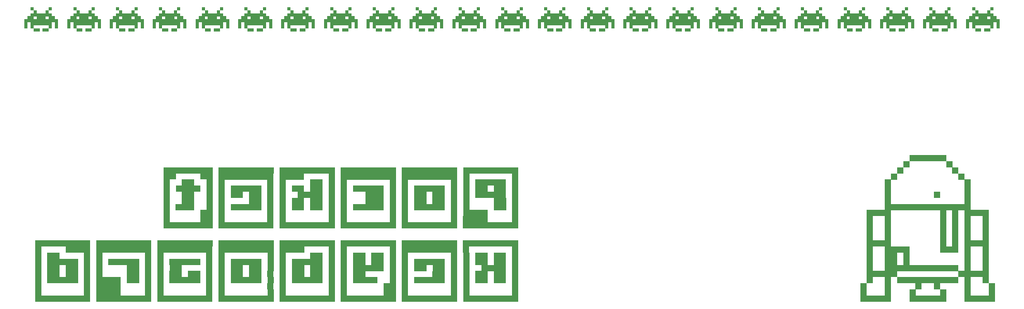
<source format=gbp>
G04 ---------------------------- Layer name :BOTTOM PASTER LAYER*
G04 easyEDA 0.1*
G04 Scale: 100 percent, Rotated: No, Reflected: No *
G04 Dimensions in inches *
G04 leading zeros omitted , absolute positions ,2 integer and 4 * 
%FSLAX24Y24*%
%MOIN*%
G90*
G70D02*

%ADD12R,0.039370X0.039370*%
%ADD13R,0.019685X0.019685*%

%LPD*%
%LNVIA PAD TRACK COPPERAREA*%
G54D12*
G01X62813Y36355D03*
G01X63206Y36355D03*
G01X63601Y36355D03*
G01X63993Y36355D03*
G01X64388Y36355D03*
G01X64781Y36355D03*
G01X62419Y35961D03*
G01X62026Y35567D03*
G01X61631Y35173D03*
G01X65175Y35961D03*
G01X65568Y35567D03*
G01X65964Y35173D03*
G01X61239Y34780D03*
G01X61239Y34386D03*
G01X61239Y33992D03*
G01X66358Y34779D03*
G01X66358Y34386D03*
G01X66358Y33992D03*
G01X61239Y33598D03*
G01X61239Y33205D03*
G01X61631Y33205D03*
G01X62026Y33204D03*
G01X62419Y33204D03*
G01X62813Y33204D03*
G01X63206Y33204D03*
G01X63993Y33204D03*
G01X63601Y33204D03*
G01X64388Y33204D03*
G01X64781Y33204D03*
G01X65568Y33205D03*
G01X65175Y33205D03*
G01X65961Y33205D03*
G01X66356Y33205D03*
G01X66356Y33598D03*
G01X64385Y33992D03*
G01X61238Y32811D03*
G01X60843Y32811D03*
G01X60450Y32811D03*
G01X60056Y32811D03*
G01X60056Y32417D03*
G01X60056Y32023D03*
G01X60056Y31630D03*
G01X60056Y31236D03*
G01X60056Y30844D03*
G01X60451Y30844D03*
G01X60843Y30844D03*
G01X61238Y30844D03*
G01X61238Y31236D03*
G01X61238Y31630D03*
G01X61238Y32025D03*
G01X61238Y32419D03*
G01X60056Y30450D03*
G01X60055Y30055D03*
G01X60056Y29661D03*
G01X60056Y29267D03*
G01X61238Y30450D03*
G01X61238Y30055D03*
G01X61238Y29661D03*
G01X61238Y29267D03*
G01X60056Y28875D03*
G01X60450Y28875D03*
G01X60843Y28875D03*
G01X61238Y28875D03*
G01X60056Y28480D03*
G01X59663Y28086D03*
G01X59661Y27694D03*
G01X59663Y27300D03*
G01X60056Y27300D03*
G01X60451Y27300D03*
G01X60844Y27300D03*
G01X61238Y27300D03*
G01X61238Y27692D03*
G01X61238Y28088D03*
G01X61238Y28480D03*
G01X67536Y32813D03*
G01X67143Y32815D03*
G01X66748Y32815D03*
G01X66355Y32815D03*
G01X66356Y32421D03*
G01X66356Y32027D03*
G01X66356Y31634D03*
G01X66356Y31240D03*
G01X66356Y30846D03*
G01X66750Y30846D03*
G01X67143Y30846D03*
G01X67538Y30842D03*
G01X67536Y31240D03*
G01X67536Y31634D03*
G01X67536Y32028D03*
G01X67536Y32421D03*
G01X66356Y30453D03*
G01X66354Y30059D03*
G01X66356Y29665D03*
G01X66356Y29271D03*
G01X67536Y30453D03*
G01X67536Y30059D03*
G01X67536Y29665D03*
G01X67536Y29271D03*
G01X66355Y28878D03*
G01X66748Y28878D03*
G01X67143Y28878D03*
G01X67536Y28878D03*
G01X66356Y28484D03*
G01X67931Y27298D03*
G01X66356Y28086D03*
G01X66356Y27692D03*
G01X66356Y27303D03*
G01X66748Y27303D03*
G01X67143Y27300D03*
G01X67538Y27300D03*
G01X67931Y27692D03*
G01X67931Y28086D03*
G01X67536Y28484D03*
G01X61631Y28875D03*
G01X65963Y28875D03*
G01X62023Y29269D03*
G01X62418Y29269D03*
G01X62811Y29269D03*
G01X63205Y29269D03*
G01X63598Y29269D03*
G01X63993Y29269D03*
G01X64385Y29269D03*
G01X64780Y29269D03*
G01X65173Y29269D03*
G01X65567Y29269D03*
G01X62025Y28482D03*
G01X62418Y28482D03*
G01X62813Y28482D03*
G01X63600Y28482D03*
G01X63993Y28482D03*
G01X64386Y28482D03*
G01X64781Y28482D03*
G01X65175Y28482D03*
G01X65568Y28482D03*
G01X63206Y28482D03*
G01X63206Y28088D03*
G01X64388Y28088D03*
G01X62811Y27694D03*
G01X64781Y27694D03*
G01X62810Y27300D03*
G01X64781Y27300D03*
G01X63206Y27300D03*
G01X63600Y27300D03*
G01X63993Y27300D03*
G01X64386Y27300D03*
G01X61631Y29269D03*
G01X61631Y29663D03*
G01X61631Y30055D03*
G01X61631Y30450D03*
G01X62418Y29661D03*
G01X62418Y30055D03*
G01X62418Y30450D03*
G01X62025Y30450D03*
G01X64780Y32811D03*
G01X64781Y32417D03*
G01X64781Y32023D03*
G01X64781Y31630D03*
G01X64781Y31236D03*
G01X64781Y30842D03*
G01X64781Y30450D03*
G01X65175Y30450D03*
G01X65568Y30450D03*
G01X65568Y30844D03*
G01X65568Y31238D03*
G01X65568Y31630D03*
G01X65568Y32025D03*
G01X65568Y32419D03*
G01X65568Y32811D03*
G01X30925Y34386D03*
G01X31319Y34386D03*
G01X30925Y33992D03*
G01X31318Y33992D03*
G01X30925Y33598D03*
G01X31318Y33598D03*
G01X30925Y33205D03*
G01X31318Y33205D03*
G01X32106Y34386D03*
G01X32500Y34388D03*
G01X32106Y33992D03*
G01X32500Y33992D03*
G01X32106Y33598D03*
G01X32500Y33598D03*
G01X32106Y33205D03*
G01X32500Y33205D03*
G01X31713Y34386D03*
G01X31713Y33205D03*
G01X30136Y34782D03*
G01X30138Y34386D03*
G01X30138Y33992D03*
G01X30138Y33598D03*
G01X30138Y33205D03*
G01X30138Y32811D03*
G01X30138Y32417D03*
G01X30138Y32023D03*
G01X30531Y32023D03*
G01X30925Y32023D03*
G01X31318Y32023D03*
G01X31713Y32023D03*
G01X32106Y32023D03*
G01X32500Y32023D03*
G01X32893Y32023D03*
G01X33288Y32023D03*
G01X33288Y32417D03*
G01X33286Y32811D03*
G01X33288Y33205D03*
G01X33286Y33598D03*
G01X33288Y33992D03*
G01X33288Y34386D03*
G01X33288Y34780D03*
G01X30136Y35173D03*
G01X30531Y35173D03*
G01X30925Y35173D03*
G01X31318Y35173D03*
G01X31713Y35173D03*
G01X32106Y35173D03*
G01X32500Y35173D03*
G01X32893Y35173D03*
G01X33288Y35173D03*
G01X35261Y34386D03*
G01X36047Y34384D03*
G01X34865Y34386D03*
G01X36440Y34386D03*
G01X34864Y33990D03*
G01X35261Y33990D03*
G01X35654Y33990D03*
G01X36047Y33992D03*
G01X36440Y33990D03*
G01X34865Y34780D03*
G01X35261Y34780D03*
G01X35654Y34780D03*
G01X36047Y34780D03*
G01X36440Y34780D03*
G01X36050Y33598D03*
G01X36443Y33598D03*
G01X36050Y33205D03*
G01X36443Y33205D03*
G01X34079Y35173D03*
G01X34079Y34780D03*
G01X34079Y34386D03*
G01X34077Y33990D03*
G01X34079Y33598D03*
G01X34077Y33205D03*
G01X34077Y32811D03*
G01X35261Y32811D03*
G01X34473Y32811D03*
G01X34868Y32811D03*
G01X35261Y32417D03*
G01X35261Y32023D03*
G01X35654Y32023D03*
G01X36047Y32023D03*
G01X36443Y32021D03*
G01X36836Y32021D03*
G01X37231Y32415D03*
G01X37231Y32021D03*
G01X37227Y32811D03*
G01X37227Y33205D03*
G01X37227Y33598D03*
G01X37227Y33992D03*
G01X37227Y34386D03*
G01X37227Y34780D03*
G01X37229Y35171D03*
G01X34075Y35565D03*
G01X34472Y35565D03*
G01X34865Y35565D03*
G01X35261Y35565D03*
G01X35654Y35565D03*
G01X36047Y35565D03*
G01X36440Y35565D03*
G01X36836Y35565D03*
G01X37227Y35565D03*
G01X26993Y34386D03*
G01X27388Y34386D03*
G01X27784Y33990D03*
G01X28177Y33990D03*
G01X27784Y33598D03*
G01X28177Y33598D03*
G01X26993Y33205D03*
G01X27386Y33205D03*
G01X28175Y34386D03*
G01X28568Y34388D03*
G01X28572Y33990D03*
G01X28572Y33598D03*
G01X28175Y33205D03*
G01X28568Y33205D03*
G01X27781Y34386D03*
G01X27781Y33205D03*
G01X26203Y34782D03*
G01X26206Y34386D03*
G01X26206Y33992D03*
G01X26206Y33598D03*
G01X26206Y33205D03*
G01X26206Y32811D03*
G01X26206Y32417D03*
G01X26206Y32023D03*
G01X26600Y32023D03*
G01X26993Y32023D03*
G01X27386Y32023D03*
G01X27781Y32023D03*
G01X28175Y32023D03*
G01X28568Y32023D03*
G01X28961Y32023D03*
G01X29356Y32023D03*
G01X29356Y32417D03*
G01X29353Y32811D03*
G01X29356Y33205D03*
G01X29353Y33598D03*
G01X29356Y33992D03*
G01X29356Y34386D03*
G01X29356Y34780D03*
G01X26203Y35173D03*
G01X26600Y35173D03*
G01X26993Y35173D03*
G01X27386Y35173D03*
G01X27781Y35173D03*
G01X28175Y35173D03*
G01X28568Y35173D03*
G01X28961Y35173D03*
G01X29356Y35173D03*
G01X24228Y34776D03*
G01X24228Y34382D03*
G01X24228Y33988D03*
G01X24228Y33594D03*
G01X24228Y33201D03*
G01X24622Y34776D03*
G01X24622Y34384D03*
G01X24622Y33990D03*
G01X24622Y33594D03*
G01X24622Y33203D03*
G01X23834Y33990D03*
G01X23439Y33990D03*
G01X23044Y34382D03*
G01X23438Y34382D03*
G01X23044Y33594D03*
G01X23044Y33201D03*
G01X23438Y33201D03*
G01X23438Y33594D03*
G01X22259Y35173D03*
G01X22261Y34780D03*
G01X22261Y33992D03*
G01X22261Y33596D03*
G01X22261Y33203D03*
G01X22261Y32809D03*
G01X22261Y32415D03*
G01X22261Y32021D03*
G01X22261Y34384D03*
G01X25411Y34780D03*
G01X25413Y34384D03*
G01X25413Y33990D03*
G01X25413Y33596D03*
G01X25413Y33203D03*
G01X25413Y32811D03*
G01X25413Y32415D03*
G01X25413Y32021D03*
G01X25411Y35171D03*
G01X22261Y35567D03*
G01X22653Y35567D03*
G01X23048Y35567D03*
G01X23443Y35567D03*
G01X23836Y35567D03*
G01X24228Y35567D03*
G01X22653Y32023D03*
G01X23050Y32023D03*
G01X23443Y32023D03*
G01X23836Y32023D03*
G01X24228Y32023D03*
G01X24623Y32023D03*
G01X25017Y32023D03*
G01X24625Y35567D03*
G01X25017Y35567D03*
G01X25411Y35567D03*
G01X19109Y34384D03*
G01X19500Y34386D03*
G01X19109Y33990D03*
G01X19500Y33990D03*
G01X20293Y33594D03*
G01X20686Y33594D03*
G01X19109Y33203D03*
G01X19500Y33203D03*
G01X20292Y33988D03*
G01X20684Y33988D03*
G01X19897Y34384D03*
G01X20292Y34384D03*
G01X20288Y33205D03*
G01X20681Y33205D03*
G01X20684Y34382D03*
G01X19894Y33203D03*
G01X18318Y34780D03*
G01X18319Y34384D03*
G01X18319Y33990D03*
G01X18319Y33596D03*
G01X18319Y33203D03*
G01X18319Y32811D03*
G01X18319Y32415D03*
G01X18319Y32021D03*
G01X18713Y32021D03*
G01X19109Y32021D03*
G01X19500Y32021D03*
G01X19894Y32021D03*
G01X20288Y32021D03*
G01X20684Y32021D03*
G01X21075Y32021D03*
G01X21469Y32021D03*
G01X21469Y32415D03*
G01X21468Y32811D03*
G01X21469Y33205D03*
G01X21468Y33596D03*
G01X21469Y33990D03*
G01X21469Y34386D03*
G01X21469Y34778D03*
G01X18318Y35171D03*
G01X18713Y35171D03*
G01X19109Y35171D03*
G01X19500Y35171D03*
G01X19894Y35171D03*
G01X20288Y35171D03*
G01X20681Y35171D03*
G01X21075Y35171D03*
G01X21469Y35171D03*
G01X23046Y35169D03*
G01X23439Y35169D03*
G01X22652Y35169D03*
G01X15967Y34782D03*
G01X15967Y34388D03*
G01X15967Y33994D03*
G01X15967Y33601D03*
G01X15967Y33207D03*
G01X16363Y34782D03*
G01X16363Y34388D03*
G01X16361Y33994D03*
G01X16363Y33601D03*
G01X16361Y33207D03*
G01X15575Y34388D03*
G01X16756Y34388D03*
G01X15571Y33203D03*
G01X15571Y32026D03*
G01X15967Y32026D03*
G01X16363Y32028D03*
G01X16756Y32026D03*
G01X17150Y32028D03*
G01X17542Y32026D03*
G01X17542Y32419D03*
G01X17542Y32815D03*
G01X17542Y33209D03*
G01X17542Y33601D03*
G01X17542Y33994D03*
G01X17542Y34390D03*
G01X17542Y34782D03*
G01X17542Y35176D03*
G01X17150Y35176D03*
G01X16756Y35569D03*
G01X17150Y35569D03*
G01X17542Y35569D03*
G01X16361Y35569D03*
G01X15967Y35569D03*
G01X15575Y35569D03*
G01X15181Y35176D03*
G01X15181Y35569D03*
G01X14788Y34782D03*
G01X14788Y35176D03*
G01X14788Y35569D03*
G01X14788Y34388D03*
G01X14788Y33994D03*
G01X14788Y33601D03*
G01X15181Y32026D03*
G01X14788Y32026D03*
G01X14788Y32419D03*
G01X14788Y32815D03*
G01X14788Y33209D03*
G01X17147Y32415D03*
G01X17147Y32809D03*
G01X34863Y30055D03*
G01X34863Y29663D03*
G01X35254Y29267D03*
G01X34863Y28875D03*
G01X34863Y28482D03*
G01X35259Y30055D03*
G01X35259Y29663D03*
G01X35650Y29267D03*
G01X35259Y28875D03*
G01X35259Y28482D03*
G01X36042Y29265D03*
G01X36436Y29267D03*
G01X36044Y29663D03*
G01X36438Y29661D03*
G01X36438Y30055D03*
G01X36044Y30055D03*
G01X36046Y28873D03*
G01X36044Y28480D03*
G01X36438Y28480D03*
G01X36438Y28875D03*
G01X34077Y30053D03*
G01X34077Y29657D03*
G01X34077Y29263D03*
G01X34077Y28869D03*
G01X34077Y28477D03*
G01X34077Y28082D03*
G01X34077Y27688D03*
G01X34073Y30444D03*
G01X37227Y30055D03*
G01X37227Y29661D03*
G01X37227Y29267D03*
G01X37227Y28873D03*
G01X37227Y28480D03*
G01X37227Y28086D03*
G01X37227Y27692D03*
G01X37223Y30448D03*
G01X34077Y27298D03*
G01X34467Y27298D03*
G01X34863Y27298D03*
G01X35257Y27298D03*
G01X35652Y27298D03*
G01X36042Y27298D03*
G01X36438Y27301D03*
G01X36830Y27301D03*
G01X37227Y27302D03*
G01X34077Y30846D03*
G01X34467Y30846D03*
G01X34863Y30846D03*
G01X35257Y30846D03*
G01X35652Y30846D03*
G01X36042Y30846D03*
G01X36438Y30848D03*
G01X36830Y30848D03*
G01X37227Y30848D03*
G01X30928Y29663D03*
G01X31325Y29665D03*
G01X30928Y29271D03*
G01X31325Y29271D03*
G01X32105Y28873D03*
G01X32500Y28873D03*
G01X30928Y28482D03*
G01X31325Y28482D03*
G01X32111Y29267D03*
G01X32507Y29267D03*
G01X31719Y29663D03*
G01X32111Y29663D03*
G01X32111Y28484D03*
G01X32503Y28484D03*
G01X32507Y29661D03*
G01X31715Y28482D03*
G01X30140Y30059D03*
G01X30140Y29663D03*
G01X30140Y29271D03*
G01X30140Y28877D03*
G01X30140Y28482D03*
G01X30140Y28090D03*
G01X30140Y27696D03*
G01X30140Y27302D03*
G01X30536Y27302D03*
G01X30928Y27302D03*
G01X31325Y27302D03*
G01X31715Y27302D03*
G01X32111Y27302D03*
G01X32503Y27302D03*
G01X32900Y27302D03*
G01X33290Y27302D03*
G01X33290Y27696D03*
G01X33290Y28090D03*
G01X33290Y28484D03*
G01X33290Y28877D03*
G01X33290Y29271D03*
G01X33290Y29665D03*
G01X33290Y30057D03*
G01X30140Y30452D03*
G01X30536Y30452D03*
G01X30928Y30452D03*
G01X31325Y30452D03*
G01X31715Y30452D03*
G01X32111Y30452D03*
G01X32503Y30452D03*
G01X32900Y30452D03*
G01X33290Y30452D03*
G01X26986Y30055D03*
G01X26986Y29661D03*
G01X26986Y29267D03*
G01X27380Y30055D03*
G01X27380Y29661D03*
G01X27380Y29267D03*
G01X28169Y30055D03*
G01X28169Y29661D03*
G01X28169Y29267D03*
G01X28561Y30055D03*
G01X28561Y29661D03*
G01X28561Y29267D03*
G01X27775Y29267D03*
G01X26986Y28873D03*
G01X27378Y28873D03*
G01X28167Y28480D03*
G01X26986Y28480D03*
G01X27775Y28480D03*
G01X27380Y28480D03*
G01X26200Y30842D03*
G01X26594Y30842D03*
G01X26988Y30842D03*
G01X27382Y30842D03*
G01X27775Y30842D03*
G01X28169Y30842D03*
G01X28561Y30842D03*
G01X28957Y30842D03*
G01X29350Y30842D03*
G01X26200Y30055D03*
G01X26200Y29659D03*
G01X26200Y29265D03*
G01X26200Y28871D03*
G01X26200Y28478D03*
G01X28957Y28086D03*
G01X28957Y27692D03*
G01X26594Y27298D03*
G01X26200Y30446D03*
G01X29350Y30055D03*
G01X29350Y29659D03*
G01X29350Y29265D03*
G01X29350Y28871D03*
G01X29350Y28478D03*
G01X29350Y28084D03*
G01X29350Y27690D03*
G01X29350Y27296D03*
G01X29350Y30446D03*
G01X26986Y27298D03*
G01X27382Y27298D03*
G01X27775Y27298D03*
G01X28169Y27298D03*
G01X28561Y27298D03*
G01X28957Y27298D03*
G01X26200Y28086D03*
G01X26200Y27692D03*
G01X26200Y27298D03*
G01X23050Y29663D03*
G01X23444Y29663D03*
G01X23050Y29269D03*
G01X23442Y29269D03*
G01X23050Y28876D03*
G01X23442Y28876D03*
G01X23050Y28482D03*
G01X23442Y28482D03*
G01X24230Y29663D03*
G01X24625Y29665D03*
G01X24230Y29271D03*
G01X24625Y29271D03*
G01X24230Y28877D03*
G01X24625Y28877D03*
G01X24230Y28482D03*
G01X24625Y28482D03*
G01X23836Y29663D03*
G01X23836Y28482D03*
G01X22261Y30059D03*
G01X22261Y29663D03*
G01X22261Y29269D03*
G01X22261Y28876D03*
G01X22261Y28482D03*
G01X22261Y28088D03*
G01X22261Y27694D03*
G01X22261Y27301D03*
G01X22655Y27301D03*
G01X23050Y27301D03*
G01X23442Y27301D03*
G01X23836Y27301D03*
G01X24230Y27301D03*
G01X24625Y27301D03*
G01X25017Y27301D03*
G01X25411Y27301D03*
G01X25411Y27694D03*
G01X25411Y28088D03*
G01X25411Y28482D03*
G01X25411Y28876D03*
G01X25411Y29269D03*
G01X25411Y29663D03*
G01X25411Y30057D03*
G01X22261Y30451D03*
G01X23050Y30844D03*
G01X24625Y30053D03*
G01X22657Y30844D03*
G01X22261Y30844D03*
G01X24232Y30053D03*
G01X23444Y30844D03*
G01X23836Y30844D03*
G01X25411Y30451D03*
G01X24230Y30844D03*
G01X24625Y30844D03*
G01X25019Y30844D03*
G01X25411Y30844D03*
G01X23050Y30448D03*
G01X23442Y30448D03*
G01X22653Y30448D03*
G01X19111Y29663D03*
G01X19505Y29665D03*
G01X19111Y29271D03*
G01X19503Y29271D03*
G01X19111Y28877D03*
G01X19503Y28877D03*
G01X19111Y28482D03*
G01X19503Y28482D03*
G01X20292Y29665D03*
G01X20686Y29665D03*
G01X20292Y29271D03*
G01X20686Y29271D03*
G01X20292Y28878D03*
G01X20686Y28878D03*
G01X20292Y28484D03*
G01X20686Y28484D03*
G01X19900Y29665D03*
G01X19900Y28482D03*
G01X18323Y30059D03*
G01X18325Y29663D03*
G01X18325Y29271D03*
G01X18325Y28877D03*
G01X18325Y28482D03*
G01X18325Y28090D03*
G01X18325Y27696D03*
G01X18325Y27302D03*
G01X18717Y27302D03*
G01X19111Y27302D03*
G01X19503Y27302D03*
G01X19900Y27302D03*
G01X20292Y27302D03*
G01X20686Y27302D03*
G01X21078Y27302D03*
G01X21475Y27302D03*
G01X21475Y27696D03*
G01X21473Y28090D03*
G01X21475Y28484D03*
G01X21473Y28877D03*
G01X21475Y29271D03*
G01X21475Y29665D03*
G01X21475Y30057D03*
G01X18323Y30452D03*
G01X18717Y30452D03*
G01X19111Y30452D03*
G01X19503Y30452D03*
G01X19900Y30452D03*
G01X20292Y30452D03*
G01X20686Y30452D03*
G01X21078Y30452D03*
G01X21475Y30452D03*
G01X15173Y29665D03*
G01X15567Y29665D03*
G01X15173Y28876D03*
G01X15567Y28876D03*
G01X16355Y28877D03*
G01X16750Y28877D03*
G01X15173Y28484D03*
G01X15565Y28484D03*
G01X15175Y29267D03*
G01X15569Y29267D03*
G01X15961Y29663D03*
G01X16357Y29663D03*
G01X16353Y28484D03*
G01X16748Y28484D03*
G01X16750Y29663D03*
G01X15961Y28484D03*
G01X14384Y30061D03*
G01X14386Y29665D03*
G01X14386Y29271D03*
G01X14386Y28878D03*
G01X14386Y28484D03*
G01X14386Y28090D03*
G01X14386Y27696D03*
G01X14386Y27303D03*
G01X14778Y27303D03*
G01X15173Y27303D03*
G01X15565Y27303D03*
G01X15961Y27303D03*
G01X16353Y27303D03*
G01X16748Y27303D03*
G01X17140Y27303D03*
G01X17536Y27303D03*
G01X17536Y27696D03*
G01X17534Y28090D03*
G01X17536Y28484D03*
G01X17534Y28878D03*
G01X17536Y29271D03*
G01X17536Y29665D03*
G01X17536Y30059D03*
G01X14384Y30453D03*
G01X14778Y30453D03*
G01X15173Y30453D03*
G01X15565Y30453D03*
G01X15961Y30453D03*
G01X16353Y30453D03*
G01X16748Y30453D03*
G01X17140Y30453D03*
G01X17536Y30453D03*
G01X11239Y29661D03*
G01X12419Y29267D03*
G01X12419Y28875D03*
G01X12419Y28480D03*
G01X11631Y29661D03*
G01X12813Y29267D03*
G01X12813Y28875D03*
G01X12813Y28480D03*
G01X12026Y29661D03*
G01X12419Y29661D03*
G01X10457Y27303D03*
G01X10850Y27303D03*
G01X10453Y27698D03*
G01X10455Y28092D03*
G01X10453Y28486D03*
G01X10455Y28880D03*
G01X10455Y29273D03*
G01X10455Y29667D03*
G01X10455Y30061D03*
G01X11244Y27303D03*
G01X11636Y27303D03*
G01X12030Y27303D03*
G01X12423Y27303D03*
G01X10844Y27694D03*
G01X10844Y28088D03*
G01X11240Y28088D03*
G01X11632Y28088D03*
G01X12813Y29661D03*
G01X13607Y29271D03*
G01X13607Y28878D03*
G01X11632Y28482D03*
G01X11238Y27694D03*
G01X11632Y27694D03*
G01X13211Y27303D03*
G01X12817Y27303D03*
G01X10844Y28482D03*
G01X11240Y28482D03*
G01X13605Y30059D03*
G01X13605Y29665D03*
G01X13605Y28092D03*
G01X13605Y28484D03*
G01X13605Y27698D03*
G01X13605Y27303D03*
G01X7303Y29665D03*
G01X7696Y29665D03*
G01X7303Y29271D03*
G01X7694Y29271D03*
G01X7303Y28878D03*
G01X7694Y28878D03*
G01X7303Y28484D03*
G01X7694Y28484D03*
G01X8482Y29665D03*
G01X8878Y29667D03*
G01X8482Y29273D03*
G01X8875Y29273D03*
G01X8482Y28878D03*
G01X8875Y28878D03*
G01X8482Y28484D03*
G01X8875Y28484D03*
G01X8088Y29665D03*
G01X8088Y28484D03*
G01X6511Y30061D03*
G01X6513Y29665D03*
G01X6513Y29271D03*
G01X6513Y28878D03*
G01X6513Y28484D03*
G01X6513Y28090D03*
G01X6513Y27696D03*
G01X6513Y27303D03*
G01X6907Y27303D03*
G01X7303Y27303D03*
G01X7694Y27303D03*
G01X8088Y27303D03*
G01X8482Y27303D03*
G01X8878Y27303D03*
G01X9269Y27303D03*
G01X9663Y27303D03*
G01X9663Y27696D03*
G01X9661Y28090D03*
G01X9663Y28484D03*
G01X9661Y28878D03*
G01X9663Y29271D03*
G01X9663Y29665D03*
G01X9663Y30059D03*
G01X6511Y30453D03*
G01X7303Y30846D03*
G01X7694Y30055D03*
G01X6907Y30846D03*
G01X6515Y30846D03*
G01X7302Y30055D03*
G01X7696Y30846D03*
G01X8090Y30846D03*
G01X9663Y30453D03*
G01X8482Y30846D03*
G01X8878Y30846D03*
G01X9271Y30846D03*
G01X9665Y30846D03*
G01X8878Y30448D03*
G01X9271Y30448D03*
G01X8484Y30448D03*
G01X34860Y32419D03*
G01X34859Y32026D03*
G01X34465Y32027D03*
G01X34072Y32027D03*
G01X34072Y32421D03*
G01X34465Y32419D03*
G01X30132Y35569D03*
G01X30528Y35569D03*
G01X30923Y35569D03*
G01X31318Y35569D03*
G01X31711Y35569D03*
G01X32103Y35569D03*
G01X32498Y35569D03*
G01X32893Y35569D03*
G01X33285Y35569D03*
G01X26197Y35569D03*
G01X26593Y35569D03*
G01X26986Y35569D03*
G01X27381Y35569D03*
G01X27775Y35569D03*
G01X28168Y35569D03*
G01X28561Y35569D03*
G01X28956Y35569D03*
G01X29348Y35569D03*
G01X18323Y35569D03*
G01X18719Y35569D03*
G01X19114Y35569D03*
G01X19509Y35569D03*
G01X19902Y35569D03*
G01X20294Y35569D03*
G01X20689Y35569D03*
G01X21084Y35569D03*
G01X21475Y35569D03*
G01X30140Y30844D03*
G01X30536Y30844D03*
G01X30928Y30844D03*
G01X31325Y30844D03*
G01X31717Y30844D03*
G01X32111Y30844D03*
G01X32503Y30844D03*
G01X32900Y30844D03*
G01X33290Y30844D03*
G01X18328Y30844D03*
G01X18725Y30844D03*
G01X19119Y30844D03*
G01X19513Y30844D03*
G01X19906Y30844D03*
G01X20300Y30844D03*
G01X20694Y30844D03*
G01X21088Y30844D03*
G01X21480Y30844D03*
G01X14392Y30844D03*
G01X14788Y30844D03*
G01X15182Y30844D03*
G01X15577Y30844D03*
G01X15969Y30844D03*
G01X16363Y30844D03*
G01X16757Y30844D03*
G01X17152Y30844D03*
G01X17544Y30844D03*
G01X10450Y30450D03*
G01X10844Y30450D03*
G01X11239Y30450D03*
G01X11631Y30450D03*
G01X12025Y30450D03*
G01X12419Y30450D03*
G01X12814Y30450D03*
G01X13206Y30450D03*
G01X13602Y30448D03*
G01X10450Y30844D03*
G01X10844Y30844D03*
G01X11239Y30844D03*
G01X11631Y30844D03*
G01X12025Y30844D03*
G01X12419Y30844D03*
G01X12814Y30844D03*
G01X13206Y30844D03*
G01X13602Y30842D03*
G01X14389Y30844D03*
G01X14784Y30844D03*
G01X15178Y30844D03*
G01X15571Y30844D03*
G01X15964Y30844D03*
G01X16359Y30844D03*
G01X16753Y30844D03*
G01X17146Y30844D03*
G01X17542Y30842D03*
G01X18325Y30844D03*
G01X18719Y30844D03*
G01X19114Y30844D03*
G01X19506Y30844D03*
G01X19900Y30844D03*
G01X20294Y30844D03*
G01X20689Y30844D03*
G01X21081Y30844D03*
G01X21477Y30842D03*
G01X22260Y30844D03*
G01X22656Y30844D03*
G01X23051Y30844D03*
G01X23443Y30844D03*
G01X23835Y30844D03*
G01X24231Y30844D03*
G01X24626Y30844D03*
G01X25018Y30844D03*
G01X25414Y30842D03*
G01X30135Y30844D03*
G01X30531Y30844D03*
G01X30926Y30844D03*
G01X31318Y30844D03*
G01X31710Y30844D03*
G01X32106Y30844D03*
G01X32501Y30844D03*
G01X32893Y30844D03*
G01X33289Y30842D03*
G01X34072Y30844D03*
G01X34468Y30844D03*
G01X34863Y30844D03*
G01X35255Y30844D03*
G01X35647Y30844D03*
G01X36043Y30844D03*
G01X36438Y30844D03*
G01X36830Y30844D03*
G01X37226Y30842D03*
G01X26197Y35567D03*
G01X26593Y35567D03*
G01X26988Y35567D03*
G01X27380Y35567D03*
G01X27772Y35567D03*
G01X28168Y35567D03*
G01X28563Y35567D03*
G01X28955Y35567D03*
G01X29351Y35567D03*
G01X18325Y35567D03*
G01X18719Y35567D03*
G01X19114Y35567D03*
G01X19506Y35567D03*
G01X19900Y35567D03*
G01X20294Y35567D03*
G01X20689Y35567D03*
G01X21081Y35567D03*
G01X21477Y35567D03*
G54D13*
G01X6121Y46001D03*
G01X6317Y45805D03*
G01X7105Y45805D03*
G01X7301Y46001D03*
G01X6119Y45607D03*
G01X6317Y45607D03*
G01X6514Y45607D03*
G01X6711Y45607D03*
G01X6907Y45607D03*
G01X7103Y45607D03*
G01X7301Y45607D03*
G01X5923Y45409D03*
G01X6121Y45409D03*
G01X7301Y45409D03*
G01X7498Y45409D03*
G01X6514Y45409D03*
G01X6711Y45409D03*
G01X5726Y45213D03*
G01X6907Y45409D03*
G01X5923Y45213D03*
G01X6119Y45213D03*
G01X6317Y45213D03*
G01X6513Y45213D03*
G01X6710Y45213D03*
G01X6907Y45213D03*
G01X7103Y45213D03*
G01X7301Y45213D03*
G01X7498Y45213D03*
G01X7694Y45213D03*
G01X5726Y45015D03*
G01X5726Y44819D03*
G01X7694Y45017D03*
G01X7694Y44819D03*
G01X6121Y45015D03*
G01X6119Y44819D03*
G01X7302Y44819D03*
G01X7301Y45017D03*
G01X6315Y45015D03*
G01X6511Y45015D03*
G01X6709Y45015D03*
G01X6906Y45015D03*
G01X7103Y45015D03*
G01X6317Y44621D03*
G01X6513Y44623D03*
G01X7103Y44621D03*
G01X6907Y44623D03*
G01X8878Y46001D03*
G01X9075Y45805D03*
G01X9863Y45805D03*
G01X10059Y46001D03*
G01X8877Y45607D03*
G01X9075Y45607D03*
G01X9272Y45607D03*
G01X9469Y45607D03*
G01X9665Y45607D03*
G01X9861Y45607D03*
G01X10059Y45607D03*
G01X8681Y45409D03*
G01X8878Y45409D03*
G01X10059Y45409D03*
G01X10256Y45409D03*
G01X9272Y45409D03*
G01X9469Y45409D03*
G01X8484Y45213D03*
G01X9665Y45409D03*
G01X8681Y45213D03*
G01X8877Y45213D03*
G01X9075Y45213D03*
G01X9271Y45213D03*
G01X9468Y45213D03*
G01X9665Y45213D03*
G01X9861Y45213D03*
G01X10059Y45213D03*
G01X10256Y45213D03*
G01X10452Y45213D03*
G01X8484Y45015D03*
G01X8484Y44819D03*
G01X10452Y45017D03*
G01X10452Y44819D03*
G01X8878Y45015D03*
G01X8877Y44819D03*
G01X10060Y44819D03*
G01X10059Y45017D03*
G01X9073Y45015D03*
G01X9269Y45015D03*
G01X9467Y45015D03*
G01X9664Y45015D03*
G01X9861Y45015D03*
G01X9075Y44621D03*
G01X9271Y44623D03*
G01X9861Y44621D03*
G01X9665Y44623D03*
G01X11635Y46001D03*
G01X11831Y45805D03*
G01X12618Y45805D03*
G01X12814Y46001D03*
G01X11634Y45607D03*
G01X11831Y45607D03*
G01X12027Y45607D03*
G01X12226Y45607D03*
G01X12422Y45607D03*
G01X12618Y45607D03*
G01X12814Y45607D03*
G01X11438Y45409D03*
G01X11635Y45409D03*
G01X12814Y45409D03*
G01X13013Y45409D03*
G01X12027Y45409D03*
G01X12226Y45409D03*
G01X11239Y45213D03*
G01X12422Y45409D03*
G01X11438Y45213D03*
G01X11634Y45213D03*
G01X11831Y45213D03*
G01X12027Y45213D03*
G01X12223Y45213D03*
G01X12422Y45213D03*
G01X12618Y45213D03*
G01X12814Y45213D03*
G01X13013Y45213D03*
G01X13209Y45213D03*
G01X11239Y45015D03*
G01X11239Y44819D03*
G01X13209Y45017D03*
G01X13209Y44819D03*
G01X11635Y45015D03*
G01X11634Y44819D03*
G01X12815Y44819D03*
G01X12814Y45017D03*
G01X11830Y45015D03*
G01X12026Y45015D03*
G01X12222Y45015D03*
G01X12419Y45015D03*
G01X12618Y45015D03*
G01X11831Y44621D03*
G01X12027Y44623D03*
G01X12618Y44621D03*
G01X12422Y44623D03*
G01X14389Y46001D03*
G01X14585Y45805D03*
G01X15373Y45805D03*
G01X15569Y46001D03*
G01X14389Y45607D03*
G01X14585Y45607D03*
G01X14782Y45607D03*
G01X14981Y45607D03*
G01X15177Y45607D03*
G01X15372Y45607D03*
G01X15569Y45607D03*
G01X14193Y45409D03*
G01X14389Y45409D03*
G01X15569Y45409D03*
G01X15768Y45409D03*
G01X14782Y45409D03*
G01X14981Y45409D03*
G01X13994Y45213D03*
G01X15177Y45409D03*
G01X14193Y45213D03*
G01X14389Y45213D03*
G01X14585Y45213D03*
G01X14781Y45213D03*
G01X14978Y45213D03*
G01X15177Y45213D03*
G01X15372Y45213D03*
G01X15569Y45213D03*
G01X15768Y45213D03*
G01X15964Y45213D03*
G01X13994Y45015D03*
G01X13994Y44819D03*
G01X15964Y45017D03*
G01X15964Y44819D03*
G01X14389Y45015D03*
G01X14389Y44819D03*
G01X15571Y44819D03*
G01X15569Y45017D03*
G01X14585Y45015D03*
G01X14781Y45015D03*
G01X14977Y45015D03*
G01X15175Y45015D03*
G01X15372Y45015D03*
G01X14585Y44621D03*
G01X14781Y44623D03*
G01X15372Y44621D03*
G01X15177Y44623D03*
G01X17146Y46001D03*
G01X17342Y45805D03*
G01X18130Y45805D03*
G01X18326Y46001D03*
G01X17144Y45607D03*
G01X17342Y45607D03*
G01X17539Y45607D03*
G01X17736Y45607D03*
G01X17932Y45607D03*
G01X18128Y45607D03*
G01X18326Y45607D03*
G01X16948Y45409D03*
G01X17146Y45409D03*
G01X18326Y45409D03*
G01X18523Y45409D03*
G01X17539Y45409D03*
G01X17736Y45409D03*
G01X16751Y45213D03*
G01X17932Y45409D03*
G01X16948Y45213D03*
G01X17144Y45213D03*
G01X17342Y45213D03*
G01X17538Y45213D03*
G01X17735Y45213D03*
G01X17932Y45213D03*
G01X18128Y45213D03*
G01X18326Y45213D03*
G01X18523Y45213D03*
G01X18719Y45213D03*
G01X16751Y45017D03*
G01X16751Y44821D03*
G01X18719Y45017D03*
G01X18719Y44821D03*
G01X17146Y45017D03*
G01X17144Y44821D03*
G01X18327Y44821D03*
G01X18326Y45017D03*
G01X17340Y45017D03*
G01X17536Y45017D03*
G01X17734Y45017D03*
G01X17931Y45017D03*
G01X18128Y45017D03*
G01X17342Y44623D03*
G01X17538Y44623D03*
G01X18128Y44623D03*
G01X17932Y44623D03*
G01X19902Y46001D03*
G01X20097Y45805D03*
G01X20885Y45805D03*
G01X21081Y46001D03*
G01X19901Y45607D03*
G01X20097Y45607D03*
G01X20294Y45607D03*
G01X20493Y45607D03*
G01X20689Y45607D03*
G01X20885Y45607D03*
G01X21081Y45607D03*
G01X19705Y45409D03*
G01X19902Y45409D03*
G01X21081Y45409D03*
G01X21280Y45409D03*
G01X20294Y45409D03*
G01X20493Y45409D03*
G01X19506Y45213D03*
G01X20689Y45409D03*
G01X19705Y45213D03*
G01X19901Y45213D03*
G01X20097Y45213D03*
G01X20293Y45213D03*
G01X20490Y45213D03*
G01X20689Y45213D03*
G01X20885Y45213D03*
G01X21081Y45213D03*
G01X21280Y45213D03*
G01X21476Y45213D03*
G01X19506Y45015D03*
G01X19506Y44819D03*
G01X21476Y45017D03*
G01X21476Y44819D03*
G01X19902Y45015D03*
G01X19901Y44819D03*
G01X21082Y44819D03*
G01X21081Y45017D03*
G01X20097Y45015D03*
G01X20293Y45015D03*
G01X20489Y45015D03*
G01X20686Y45015D03*
G01X20885Y45015D03*
G01X20097Y44621D03*
G01X20293Y44623D03*
G01X20885Y44621D03*
G01X20689Y44623D03*
G01X22656Y46001D03*
G01X22852Y45805D03*
G01X23640Y45805D03*
G01X23836Y46001D03*
G01X22656Y45607D03*
G01X22852Y45607D03*
G01X23050Y45607D03*
G01X23247Y45607D03*
G01X23443Y45607D03*
G01X23639Y45607D03*
G01X23836Y45607D03*
G01X22460Y45409D03*
G01X22656Y45409D03*
G01X23836Y45411D03*
G01X24035Y45411D03*
G01X23050Y45411D03*
G01X23247Y45411D03*
G01X22261Y45213D03*
G01X23443Y45411D03*
G01X22460Y45213D03*
G01X22656Y45213D03*
G01X22852Y45213D03*
G01X23048Y45213D03*
G01X23246Y45213D03*
G01X23443Y45213D03*
G01X23639Y45213D03*
G01X23836Y45213D03*
G01X24035Y45213D03*
G01X24231Y45213D03*
G01X22261Y45017D03*
G01X22261Y44821D03*
G01X24231Y45017D03*
G01X24231Y44821D03*
G01X22656Y45017D03*
G01X22656Y44821D03*
G01X23838Y44821D03*
G01X23836Y45017D03*
G01X22852Y45017D03*
G01X23047Y45017D03*
G01X23244Y45017D03*
G01X23442Y45017D03*
G01X23639Y45017D03*
G01X22852Y44623D03*
G01X23048Y44623D03*
G01X23639Y44623D03*
G01X23443Y44623D03*
G01X25413Y46001D03*
G01X25609Y45805D03*
G01X26397Y45805D03*
G01X26593Y46001D03*
G01X25411Y45607D03*
G01X25609Y45607D03*
G01X25806Y45607D03*
G01X26003Y45607D03*
G01X26200Y45607D03*
G01X26396Y45607D03*
G01X26593Y45607D03*
G01X25215Y45409D03*
G01X25413Y45409D03*
G01X26593Y45409D03*
G01X26790Y45409D03*
G01X25806Y45409D03*
G01X26003Y45409D03*
G01X25018Y45213D03*
G01X26200Y45409D03*
G01X25215Y45213D03*
G01X25411Y45213D03*
G01X25609Y45213D03*
G01X25805Y45213D03*
G01X26002Y45213D03*
G01X26200Y45213D03*
G01X26396Y45213D03*
G01X26593Y45213D03*
G01X26790Y45213D03*
G01X26986Y45213D03*
G01X25018Y45015D03*
G01X25018Y44819D03*
G01X26986Y45017D03*
G01X26986Y44819D03*
G01X25413Y45015D03*
G01X25411Y44819D03*
G01X26593Y44819D03*
G01X26593Y45017D03*
G01X25607Y45015D03*
G01X25803Y45015D03*
G01X26001Y45015D03*
G01X26197Y45015D03*
G01X26396Y45015D03*
G01X25609Y44621D03*
G01X25805Y44623D03*
G01X26396Y44621D03*
G01X26200Y44623D03*
G01X28168Y46001D03*
G01X28364Y45805D03*
G01X29152Y45805D03*
G01X29348Y46001D03*
G01X28168Y45607D03*
G01X28364Y45607D03*
G01X28560Y45607D03*
G01X28760Y45607D03*
G01X28956Y45607D03*
G01X29152Y45607D03*
G01X29348Y45607D03*
G01X27972Y45409D03*
G01X28168Y45409D03*
G01X29348Y45409D03*
G01X29547Y45409D03*
G01X28560Y45409D03*
G01X28760Y45409D03*
G01X27773Y45213D03*
G01X28956Y45409D03*
G01X27972Y45213D03*
G01X28168Y45213D03*
G01X28364Y45213D03*
G01X28560Y45213D03*
G01X28756Y45213D03*
G01X28956Y45213D03*
G01X29152Y45213D03*
G01X29348Y45213D03*
G01X29547Y45213D03*
G01X29743Y45213D03*
G01X27773Y45017D03*
G01X27773Y44821D03*
G01X29743Y45017D03*
G01X29743Y44821D03*
G01X28168Y45017D03*
G01X28168Y44821D03*
G01X29348Y44821D03*
G01X29348Y45017D03*
G01X28364Y45017D03*
G01X28560Y45017D03*
G01X28756Y45017D03*
G01X28952Y45017D03*
G01X29152Y45017D03*
G01X28364Y44623D03*
G01X28560Y44623D03*
G01X29152Y44623D03*
G01X28956Y44623D03*
G01X30926Y46001D03*
G01X31122Y45805D03*
G01X31910Y45805D03*
G01X32106Y46001D03*
G01X30926Y45607D03*
G01X31122Y45607D03*
G01X31319Y45607D03*
G01X31518Y45607D03*
G01X31714Y45607D03*
G01X31910Y45607D03*
G01X32106Y45607D03*
G01X30730Y45409D03*
G01X30926Y45409D03*
G01X32106Y45409D03*
G01X32305Y45409D03*
G01X31319Y45409D03*
G01X31518Y45409D03*
G01X30531Y45213D03*
G01X31714Y45409D03*
G01X30730Y45213D03*
G01X30926Y45213D03*
G01X31122Y45213D03*
G01X31318Y45213D03*
G01X31515Y45213D03*
G01X31714Y45213D03*
G01X31910Y45213D03*
G01X32106Y45213D03*
G01X32305Y45213D03*
G01X32501Y45213D03*
G01X30531Y45015D03*
G01X30531Y44819D03*
G01X32501Y45017D03*
G01X32501Y44819D03*
G01X30926Y45015D03*
G01X30926Y44819D03*
G01X32107Y44819D03*
G01X32106Y45017D03*
G01X31122Y45015D03*
G01X31318Y45015D03*
G01X31514Y45015D03*
G01X31711Y45015D03*
G01X31910Y45015D03*
G01X31122Y44621D03*
G01X31318Y44623D03*
G01X31910Y44621D03*
G01X31714Y44623D03*
G01X33681Y46001D03*
G01X33877Y45805D03*
G01X34667Y45805D03*
G01X34863Y46001D03*
G01X33681Y45607D03*
G01X33877Y45607D03*
G01X34076Y45607D03*
G01X34272Y45607D03*
G01X34468Y45607D03*
G01X34664Y45607D03*
G01X34863Y45607D03*
G01X33485Y45409D03*
G01X33681Y45409D03*
G01X34863Y45411D03*
G01X35060Y45411D03*
G01X34076Y45411D03*
G01X34272Y45411D03*
G01X33288Y45213D03*
G01X34468Y45411D03*
G01X33485Y45213D03*
G01X33681Y45213D03*
G01X33877Y45213D03*
G01X34075Y45213D03*
G01X34272Y45213D03*
G01X34468Y45213D03*
G01X34664Y45213D03*
G01X34863Y45213D03*
G01X35060Y45213D03*
G01X35256Y45213D03*
G01X33288Y45017D03*
G01X33288Y44821D03*
G01X35256Y45017D03*
G01X35256Y44821D03*
G01X33681Y45017D03*
G01X33681Y44821D03*
G01X34864Y44821D03*
G01X34863Y45017D03*
G01X33877Y45017D03*
G01X34072Y45017D03*
G01X34271Y45017D03*
G01X34468Y45017D03*
G01X34664Y45017D03*
G01X33877Y44623D03*
G01X34075Y44623D03*
G01X34664Y44623D03*
G01X34468Y44623D03*
G01X36438Y46001D03*
G01X36634Y45805D03*
G01X37422Y45805D03*
G01X37618Y46001D03*
G01X36435Y45607D03*
G01X36634Y45607D03*
G01X36831Y45607D03*
G01X37029Y45607D03*
G01X37225Y45607D03*
G01X37421Y45607D03*
G01X37618Y45607D03*
G01X36239Y45409D03*
G01X36438Y45409D03*
G01X37618Y45409D03*
G01X37814Y45409D03*
G01X36831Y45409D03*
G01X37029Y45409D03*
G01X36043Y45213D03*
G01X37225Y45409D03*
G01X36239Y45213D03*
G01X36435Y45213D03*
G01X36634Y45213D03*
G01X36830Y45213D03*
G01X37027Y45213D03*
G01X37225Y45213D03*
G01X37421Y45213D03*
G01X37618Y45213D03*
G01X37814Y45213D03*
G01X38010Y45213D03*
G01X36043Y45015D03*
G01X36043Y44819D03*
G01X38010Y45017D03*
G01X38010Y44819D03*
G01X36438Y45015D03*
G01X36435Y44819D03*
G01X37618Y44819D03*
G01X37618Y45017D03*
G01X36631Y45015D03*
G01X36829Y45015D03*
G01X37026Y45015D03*
G01X37222Y45015D03*
G01X37421Y45015D03*
G01X36634Y44621D03*
G01X36830Y44623D03*
G01X37421Y44621D03*
G01X37225Y44623D03*
G01X39186Y46002D03*
G01X39382Y45805D03*
G01X40171Y45805D03*
G01X40367Y46002D03*
G01X39185Y45607D03*
G01X39382Y45607D03*
G01X39580Y45607D03*
G01X39777Y45607D03*
G01X39973Y45607D03*
G01X40169Y45607D03*
G01X40367Y45607D03*
G01X38989Y45409D03*
G01X39186Y45409D03*
G01X40367Y45411D03*
G01X40564Y45411D03*
G01X39580Y45411D03*
G01X39777Y45411D03*
G01X38792Y45213D03*
G01X39973Y45411D03*
G01X38989Y45213D03*
G01X39185Y45213D03*
G01X39382Y45213D03*
G01X39579Y45213D03*
G01X39776Y45213D03*
G01X39973Y45213D03*
G01X40169Y45213D03*
G01X40367Y45213D03*
G01X40564Y45213D03*
G01X40760Y45213D03*
G01X38792Y45017D03*
G01X38792Y44821D03*
G01X40760Y45017D03*
G01X40760Y44821D03*
G01X39186Y45017D03*
G01X39185Y44821D03*
G01X40368Y44821D03*
G01X40367Y45017D03*
G01X39381Y45017D03*
G01X39577Y45017D03*
G01X39775Y45017D03*
G01X39972Y45017D03*
G01X40169Y45017D03*
G01X39382Y44623D03*
G01X39579Y44625D03*
G01X40169Y44623D03*
G01X39973Y44625D03*
G01X41944Y46002D03*
G01X42140Y45805D03*
G01X42929Y45805D03*
G01X43125Y46002D03*
G01X41943Y45607D03*
G01X42140Y45607D03*
G01X42338Y45607D03*
G01X42535Y45607D03*
G01X42731Y45607D03*
G01X42927Y45607D03*
G01X43125Y45607D03*
G01X41747Y45409D03*
G01X41944Y45409D03*
G01X43125Y45411D03*
G01X43322Y45411D03*
G01X42338Y45411D03*
G01X42535Y45411D03*
G01X41550Y45213D03*
G01X42731Y45411D03*
G01X41747Y45213D03*
G01X41943Y45213D03*
G01X42140Y45213D03*
G01X42336Y45213D03*
G01X42534Y45213D03*
G01X42731Y45213D03*
G01X42927Y45213D03*
G01X43125Y45213D03*
G01X43322Y45213D03*
G01X43518Y45213D03*
G01X41550Y45017D03*
G01X41550Y44821D03*
G01X43518Y45017D03*
G01X43518Y44821D03*
G01X41944Y45017D03*
G01X41943Y44821D03*
G01X43126Y44821D03*
G01X43125Y45017D03*
G01X42139Y45017D03*
G01X42335Y45017D03*
G01X42532Y45017D03*
G01X42730Y45017D03*
G01X42927Y45017D03*
G01X42140Y44623D03*
G01X42336Y44625D03*
G01X42927Y44623D03*
G01X42731Y44625D03*
G01X44701Y46002D03*
G01X44897Y45805D03*
G01X45685Y45805D03*
G01X45881Y46002D03*
G01X44700Y45607D03*
G01X44897Y45607D03*
G01X45093Y45607D03*
G01X45292Y45607D03*
G01X45488Y45607D03*
G01X45684Y45607D03*
G01X45881Y45607D03*
G01X44504Y45409D03*
G01X44701Y45409D03*
G01X45881Y45411D03*
G01X46079Y45411D03*
G01X45093Y45411D03*
G01X45292Y45411D03*
G01X44306Y45213D03*
G01X45488Y45411D03*
G01X44504Y45213D03*
G01X44700Y45213D03*
G01X44897Y45213D03*
G01X45093Y45213D03*
G01X45289Y45213D03*
G01X45488Y45213D03*
G01X45684Y45213D03*
G01X45881Y45213D03*
G01X46079Y45213D03*
G01X46275Y45213D03*
G01X44306Y45017D03*
G01X44306Y44821D03*
G01X46275Y45017D03*
G01X46275Y44821D03*
G01X44701Y45017D03*
G01X44700Y44821D03*
G01X45881Y44821D03*
G01X45881Y45017D03*
G01X44896Y45017D03*
G01X45092Y45017D03*
G01X45289Y45017D03*
G01X45485Y45017D03*
G01X45684Y45017D03*
G01X44897Y44623D03*
G01X45093Y44625D03*
G01X45684Y44623D03*
G01X45488Y44625D03*
G01X47456Y46002D03*
G01X47652Y45805D03*
G01X48439Y45805D03*
G01X48635Y46002D03*
G01X47455Y45607D03*
G01X47652Y45607D03*
G01X47848Y45607D03*
G01X48047Y45607D03*
G01X48243Y45607D03*
G01X48439Y45607D03*
G01X48635Y45607D03*
G01X47259Y45409D03*
G01X47456Y45409D03*
G01X48635Y45411D03*
G01X48834Y45411D03*
G01X47848Y45411D03*
G01X48047Y45411D03*
G01X47060Y45213D03*
G01X48243Y45411D03*
G01X47259Y45213D03*
G01X47455Y45213D03*
G01X47652Y45213D03*
G01X47847Y45213D03*
G01X48044Y45213D03*
G01X48243Y45213D03*
G01X48439Y45213D03*
G01X48635Y45213D03*
G01X48834Y45213D03*
G01X49030Y45213D03*
G01X47060Y45017D03*
G01X47060Y44821D03*
G01X49030Y45017D03*
G01X49030Y44821D03*
G01X47456Y45017D03*
G01X47455Y44821D03*
G01X48636Y44821D03*
G01X48635Y45017D03*
G01X47651Y45017D03*
G01X47847Y45017D03*
G01X48043Y45017D03*
G01X48240Y45017D03*
G01X48439Y45017D03*
G01X47652Y44623D03*
G01X47847Y44625D03*
G01X48439Y44623D03*
G01X48243Y44625D03*
G01X50211Y46002D03*
G01X50407Y45805D03*
G01X51196Y45805D03*
G01X51392Y46002D03*
G01X50210Y45607D03*
G01X50407Y45607D03*
G01X50605Y45607D03*
G01X50802Y45607D03*
G01X50998Y45607D03*
G01X51194Y45607D03*
G01X51392Y45607D03*
G01X50014Y45409D03*
G01X50211Y45409D03*
G01X51392Y45411D03*
G01X51589Y45411D03*
G01X50605Y45411D03*
G01X50802Y45411D03*
G01X49817Y45213D03*
G01X50998Y45411D03*
G01X50014Y45213D03*
G01X50210Y45213D03*
G01X50407Y45213D03*
G01X50604Y45213D03*
G01X50801Y45213D03*
G01X50998Y45213D03*
G01X51194Y45213D03*
G01X51392Y45213D03*
G01X51589Y45213D03*
G01X51785Y45213D03*
G01X49817Y45017D03*
G01X49817Y44823D03*
G01X51785Y45017D03*
G01X51785Y44823D03*
G01X50211Y45017D03*
G01X50210Y44823D03*
G01X51393Y44823D03*
G01X51392Y45017D03*
G01X50406Y45017D03*
G01X50602Y45017D03*
G01X50800Y45017D03*
G01X50997Y45017D03*
G01X51194Y45017D03*
G01X50407Y44625D03*
G01X50604Y44625D03*
G01X51194Y44625D03*
G01X50998Y44625D03*
G01X52968Y46002D03*
G01X53164Y45805D03*
G01X53952Y45805D03*
G01X54147Y46002D03*
G01X52967Y45607D03*
G01X53164Y45607D03*
G01X53360Y45607D03*
G01X53559Y45607D03*
G01X53755Y45607D03*
G01X53951Y45607D03*
G01X54147Y45607D03*
G01X52771Y45409D03*
G01X52968Y45409D03*
G01X54147Y45411D03*
G01X54346Y45411D03*
G01X53360Y45411D03*
G01X53559Y45411D03*
G01X52572Y45215D03*
G01X53755Y45411D03*
G01X52771Y45215D03*
G01X52967Y45215D03*
G01X53164Y45215D03*
G01X53360Y45215D03*
G01X53556Y45215D03*
G01X53755Y45215D03*
G01X53951Y45215D03*
G01X54147Y45215D03*
G01X54346Y45215D03*
G01X54542Y45215D03*
G01X52572Y45017D03*
G01X52572Y44821D03*
G01X54542Y45019D03*
G01X54542Y44821D03*
G01X52968Y45017D03*
G01X52967Y44821D03*
G01X54148Y44821D03*
G01X54147Y45019D03*
G01X53163Y45017D03*
G01X53359Y45017D03*
G01X53556Y45017D03*
G01X53752Y45017D03*
G01X53951Y45017D03*
G01X53164Y44623D03*
G01X53360Y44625D03*
G01X53951Y44623D03*
G01X53755Y44625D03*
G01X55722Y46002D03*
G01X55918Y45805D03*
G01X56706Y45805D03*
G01X56902Y46002D03*
G01X55722Y45607D03*
G01X55918Y45607D03*
G01X56115Y45607D03*
G01X56314Y45607D03*
G01X56510Y45607D03*
G01X56706Y45607D03*
G01X56902Y45607D03*
G01X55526Y45409D03*
G01X55722Y45409D03*
G01X56902Y45411D03*
G01X57101Y45411D03*
G01X56115Y45411D03*
G01X56314Y45411D03*
G01X55327Y45213D03*
G01X56510Y45411D03*
G01X55526Y45213D03*
G01X55722Y45213D03*
G01X55918Y45213D03*
G01X56114Y45213D03*
G01X56311Y45213D03*
G01X56510Y45213D03*
G01X56706Y45213D03*
G01X56902Y45213D03*
G01X57101Y45213D03*
G01X57297Y45213D03*
G01X55327Y45017D03*
G01X55327Y44823D03*
G01X57297Y45017D03*
G01X57297Y44823D03*
G01X55722Y45017D03*
G01X55722Y44823D03*
G01X56904Y44823D03*
G01X56902Y45017D03*
G01X55918Y45017D03*
G01X56114Y45017D03*
G01X56310Y45017D03*
G01X56507Y45017D03*
G01X56706Y45017D03*
G01X55918Y44625D03*
G01X56114Y44625D03*
G01X56706Y44625D03*
G01X56510Y44625D03*
G01X58479Y46002D03*
G01X58675Y45805D03*
G01X59463Y45805D03*
G01X59659Y46002D03*
G01X58477Y45607D03*
G01X58675Y45607D03*
G01X58872Y45607D03*
G01X59069Y45607D03*
G01X59265Y45607D03*
G01X59461Y45607D03*
G01X59659Y45607D03*
G01X58281Y45411D03*
G01X58479Y45411D03*
G01X59659Y45411D03*
G01X59856Y45411D03*
G01X58872Y45411D03*
G01X59069Y45411D03*
G01X58084Y45215D03*
G01X59265Y45411D03*
G01X58281Y45215D03*
G01X58477Y45215D03*
G01X58675Y45215D03*
G01X58871Y45215D03*
G01X59068Y45215D03*
G01X59265Y45215D03*
G01X59461Y45215D03*
G01X59659Y45215D03*
G01X59856Y45215D03*
G01X60052Y45215D03*
G01X58084Y45017D03*
G01X58084Y44821D03*
G01X60052Y45019D03*
G01X60052Y44821D03*
G01X58479Y45017D03*
G01X58477Y44821D03*
G01X59660Y44821D03*
G01X59659Y45019D03*
G01X58673Y45017D03*
G01X58869Y45017D03*
G01X59067Y45017D03*
G01X59264Y45017D03*
G01X59461Y45017D03*
G01X58675Y44623D03*
G01X58871Y44625D03*
G01X59461Y44623D03*
G01X59265Y44625D03*
G01X61235Y46002D03*
G01X61431Y45805D03*
G01X62218Y45805D03*
G01X62414Y46002D03*
G01X61234Y45607D03*
G01X61431Y45607D03*
G01X61627Y45607D03*
G01X61826Y45607D03*
G01X62022Y45607D03*
G01X62218Y45607D03*
G01X62414Y45607D03*
G01X61038Y45409D03*
G01X61235Y45409D03*
G01X62414Y45411D03*
G01X62613Y45411D03*
G01X61627Y45411D03*
G01X61826Y45411D03*
G01X60839Y45213D03*
G01X62022Y45411D03*
G01X61038Y45213D03*
G01X61234Y45213D03*
G01X61431Y45213D03*
G01X61627Y45213D03*
G01X61822Y45213D03*
G01X62022Y45213D03*
G01X62218Y45213D03*
G01X62414Y45213D03*
G01X62613Y45213D03*
G01X62809Y45213D03*
G01X60839Y45017D03*
G01X60839Y44823D03*
G01X62809Y45017D03*
G01X62809Y44823D03*
G01X61235Y45017D03*
G01X61234Y44823D03*
G01X62414Y44823D03*
G01X62414Y45017D03*
G01X61430Y45017D03*
G01X61626Y45017D03*
G01X61822Y45017D03*
G01X62018Y45017D03*
G01X62218Y45017D03*
G01X61431Y44625D03*
G01X61627Y44625D03*
G01X62218Y44625D03*
G01X62022Y44625D03*
G01X63992Y46002D03*
G01X64188Y45805D03*
G01X64976Y45805D03*
G01X65172Y46002D03*
G01X63992Y45607D03*
G01X64188Y45607D03*
G01X64385Y45607D03*
G01X64584Y45607D03*
G01X64780Y45607D03*
G01X64976Y45607D03*
G01X65172Y45607D03*
G01X63796Y45409D03*
G01X63992Y45409D03*
G01X65172Y45411D03*
G01X65371Y45411D03*
G01X64385Y45411D03*
G01X64584Y45411D03*
G01X63597Y45215D03*
G01X64780Y45411D03*
G01X63796Y45215D03*
G01X63992Y45215D03*
G01X64188Y45215D03*
G01X64384Y45215D03*
G01X64581Y45215D03*
G01X64780Y45215D03*
G01X64976Y45215D03*
G01X65172Y45215D03*
G01X65371Y45215D03*
G01X65567Y45215D03*
G01X63597Y45017D03*
G01X63597Y44821D03*
G01X65567Y45019D03*
G01X65567Y44821D03*
G01X63992Y45017D03*
G01X63992Y44821D03*
G01X65173Y44821D03*
G01X65172Y45019D03*
G01X64188Y45017D03*
G01X64384Y45017D03*
G01X64580Y45017D03*
G01X64777Y45017D03*
G01X64976Y45017D03*
G01X64188Y44623D03*
G01X64384Y44625D03*
G01X64976Y44623D03*
G01X64780Y44625D03*
G01X66747Y46002D03*
G01X66943Y45805D03*
G01X67733Y45805D03*
G01X67929Y46002D03*
G01X66747Y45607D03*
G01X66943Y45607D03*
G01X67142Y45607D03*
G01X67339Y45607D03*
G01X67535Y45607D03*
G01X67731Y45607D03*
G01X67929Y45607D03*
G01X66552Y45409D03*
G01X66747Y45409D03*
G01X67929Y45411D03*
G01X68127Y45411D03*
G01X67142Y45411D03*
G01X67339Y45411D03*
G01X66354Y45213D03*
G01X67535Y45411D03*
G01X66552Y45213D03*
G01X66747Y45213D03*
G01X66943Y45213D03*
G01X67140Y45213D03*
G01X67338Y45213D03*
G01X67535Y45213D03*
G01X67731Y45213D03*
G01X67929Y45213D03*
G01X68127Y45213D03*
G01X68322Y45213D03*
G01X66354Y45017D03*
G01X66354Y44823D03*
G01X68322Y45017D03*
G01X68322Y44823D03*
G01X66747Y45017D03*
G01X66747Y44823D03*
G01X67930Y44823D03*
G01X67929Y45017D03*
G01X66943Y45017D03*
G01X67139Y45017D03*
G01X67336Y45017D03*
G01X67534Y45017D03*
G01X67731Y45017D03*
G01X66943Y44625D03*
G01X67140Y44625D03*
G01X67731Y44625D03*
G01X67535Y44625D03*

M00*
M02*
</source>
